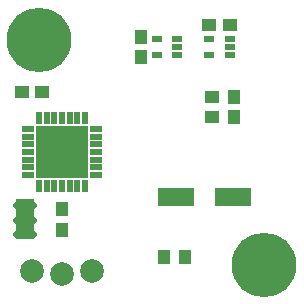
<source format=gbr>
G04 EAGLE Gerber X2 export*
%TF.Part,Single*%
%TF.FileFunction,Soldermask,Bot,1*%
%TF.FilePolarity,Negative*%
%TF.GenerationSoftware,Autodesk,EAGLE,9.1.1*%
%TF.CreationDate,2018-10-01T15:01:31Z*%
G75*
%MOMM*%
%FSLAX34Y34*%
%LPD*%
%AMOC8*
5,1,8,0,0,1.08239X$1,22.5*%
G01*
%ADD10R,0.497000X1.127000*%
%ADD11R,1.127000X0.497000*%
%ADD12R,4.377000X4.377000*%
%ADD13R,1.227000X1.127000*%
%ADD14R,1.127000X1.227000*%
%ADD15C,5.461000*%
%ADD16C,0.577000*%
%ADD17R,1.534156X3.495038*%
%ADD18R,3.127000X1.527000*%
%ADD19C,2.006600*%
%ADD20R,0.827000X0.527000*%


D10*
X31300Y155500D03*
X37800Y155500D03*
X44300Y155500D03*
X50800Y155500D03*
X57300Y155500D03*
X63800Y155500D03*
X70300Y155500D03*
D11*
X79300Y146500D03*
X79300Y140000D03*
X79300Y133500D03*
X79300Y127000D03*
X79300Y120500D03*
X79300Y114000D03*
X79300Y107500D03*
D10*
X70300Y98500D03*
X63800Y98500D03*
X57300Y98500D03*
X50800Y98500D03*
X44300Y98500D03*
X37800Y98500D03*
X31300Y98500D03*
D11*
X22300Y107500D03*
X22300Y114000D03*
X22300Y120500D03*
X22300Y127000D03*
X22300Y133500D03*
X22300Y140000D03*
X22300Y146500D03*
D12*
X50800Y127000D03*
D13*
X33900Y177800D03*
X16900Y177800D03*
D14*
X50800Y78350D03*
X50800Y61350D03*
D15*
X222250Y31750D03*
X31750Y222250D03*
D16*
X26325Y81850D02*
X11775Y81850D01*
X11775Y69850D02*
X26325Y69850D01*
X26325Y57850D02*
X11775Y57850D01*
D17*
X19075Y69875D03*
D14*
X196850Y156600D03*
X196850Y173600D03*
D18*
X195450Y88900D03*
X147450Y88900D03*
D13*
X177800Y156600D03*
X177800Y173600D03*
D14*
X154550Y38100D03*
X137550Y38100D03*
D19*
X25400Y26670D03*
X50800Y24130D03*
X76200Y26670D03*
D20*
X192650Y222400D03*
X192650Y215900D03*
X192650Y209400D03*
X175650Y209400D03*
X175650Y222400D03*
X148200Y222400D03*
X148200Y215900D03*
X148200Y209400D03*
X131200Y209400D03*
X131200Y222400D03*
D13*
X175650Y234950D03*
X192650Y234950D03*
D14*
X118110Y224400D03*
X118110Y207400D03*
M02*

</source>
